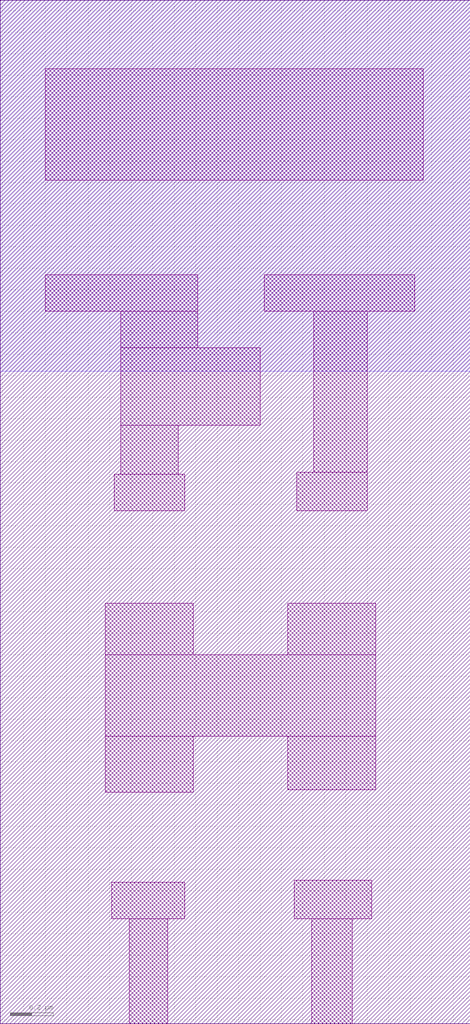
<source format=lef>
VERSION 5.7 ;
  NOWIREEXTENSIONATPIN ON ;
  DIVIDERCHAR "/" ;
  BUSBITCHARS "[]" ;
UNITS
  DATABASE MICRONS 200 ;
END UNITS

LAYER via2
  TYPE CUT ;
END via2

LAYER via
  TYPE CUT ;
END via

LAYER nwell
  TYPE MASTERSLICE ;
END nwell

LAYER via3
  TYPE CUT ;
END via3

LAYER pwell
  TYPE MASTERSLICE ;
END pwell

LAYER via4
  TYPE CUT ;
END via4

LAYER mcon
  TYPE CUT ;
END mcon

LAYER met6
  TYPE ROUTING ;
  WIDTH 0.030000 ;
  SPACING 0.040000 ;
  DIRECTION HORIZONTAL ;
END met6

LAYER met1
  TYPE ROUTING ;
  WIDTH 0.140000 ;
  SPACING 0.140000 ;
  DIRECTION HORIZONTAL ;
END met1

LAYER met3
  TYPE ROUTING ;
  WIDTH 0.300000 ;
  SPACING 0.300000 ;
  DIRECTION HORIZONTAL ;
END met3

LAYER met2
  TYPE ROUTING ;
  WIDTH 0.140000 ;
  SPACING 0.140000 ;
  DIRECTION HORIZONTAL ;
END met2

LAYER met4
  TYPE ROUTING ;
  WIDTH 0.300000 ;
  SPACING 0.300000 ;
  DIRECTION HORIZONTAL ;
END met4

LAYER met5
  TYPE ROUTING ;
  WIDTH 1.600000 ;
  SPACING 1.600000 ;
  DIRECTION HORIZONTAL ;
END met5

LAYER li1
  TYPE ROUTING ;
  WIDTH 0.170000 ;
  SPACING 0.170000 ;
  DIRECTION HORIZONTAL ;
END li1

MACRO sky130_hilas_tacoreblock2
  CLASS BLOCK ;
  FOREIGN sky130_hilas_tacoreblock2 ;
  ORIGIN 0.610 1.920 ;
  SIZE 2.190 BY 4.770 ;
  OBS
      LAYER nwell ;
        RECT -0.610 1.120 1.580 2.850 ;
      LAYER li1 ;
        RECT -0.400 2.010 1.360 2.530 ;
        RECT -0.400 1.400 0.310 1.570 ;
        RECT 0.620 1.400 1.320 1.570 ;
        RECT -0.050 1.230 0.310 1.400 ;
        RECT -0.050 0.870 0.600 1.230 ;
        RECT -0.050 0.640 0.220 0.870 ;
        RECT 0.850 0.650 1.100 1.400 ;
        RECT -0.080 0.470 0.250 0.640 ;
        RECT 0.770 0.470 1.100 0.650 ;
        RECT -0.120 -0.200 0.290 0.040 ;
        RECT 0.730 -0.200 1.140 0.040 ;
        RECT -0.120 -0.580 1.140 -0.200 ;
        RECT -0.120 -0.840 0.290 -0.580 ;
        RECT 0.730 -0.830 1.140 -0.580 ;
        RECT -0.090 -1.430 0.250 -1.260 ;
        RECT 0.760 -1.430 1.120 -1.250 ;
        RECT -0.010 -1.920 0.170 -1.430 ;
        RECT 0.840 -1.920 1.030 -1.430 ;
  END
END sky130_hilas_tacoreblock2
END LIBRARY


</source>
